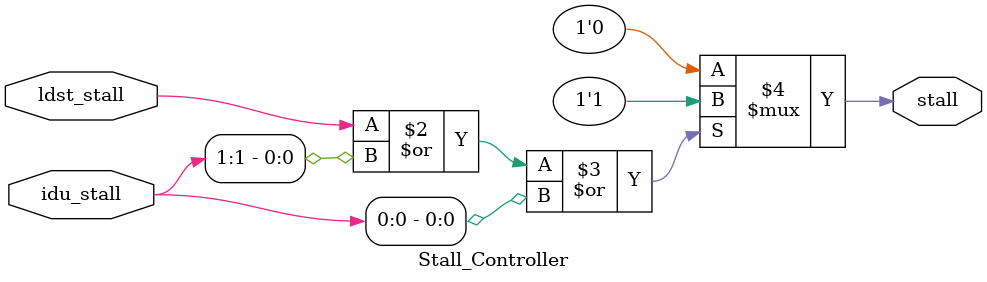
<source format=sv>
`timescale 1ns / 1ps

module Stall_Controller
(
    input [1:0]idu_stall,
    input ldst_stall,    
    output logic stall  
);

always_comb begin
    stall = (ldst_stall | idu_stall[1] | idu_stall[0]) ? 1'b1 : 1'b0;
end

endmodule: Stall_Controller
</source>
